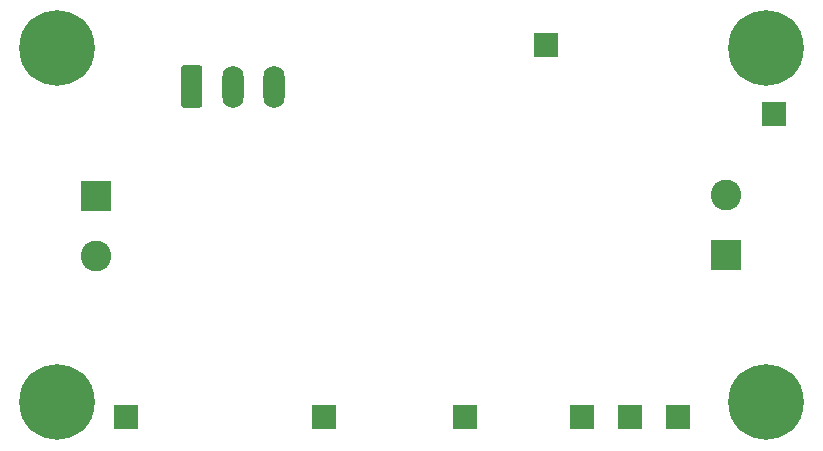
<source format=gbs>
G04 #@! TF.GenerationSoftware,KiCad,Pcbnew,5.1.10*
G04 #@! TF.CreationDate,2021-11-24T23:14:30-05:00*
G04 #@! TF.ProjectId,power_board,706f7765-725f-4626-9f61-72642e6b6963,rev?*
G04 #@! TF.SameCoordinates,Original*
G04 #@! TF.FileFunction,Soldermask,Bot*
G04 #@! TF.FilePolarity,Negative*
%FSLAX46Y46*%
G04 Gerber Fmt 4.6, Leading zero omitted, Abs format (unit mm)*
G04 Created by KiCad (PCBNEW 5.1.10) date 2021-11-24 23:14:30*
%MOMM*%
%LPD*%
G01*
G04 APERTURE LIST*
%ADD10C,6.400000*%
%ADD11R,2.000000X2.000000*%
%ADD12O,1.800000X3.600000*%
%ADD13C,2.600000*%
%ADD14R,2.600000X2.600000*%
G04 APERTURE END LIST*
D10*
X167000000Y-92250000D03*
X167000000Y-122250000D03*
X107000000Y-122250000D03*
X107000000Y-92250000D03*
D11*
X112776000Y-123444000D03*
X151384000Y-123444000D03*
X167640000Y-97790000D03*
X159512000Y-123444000D03*
X148336000Y-91948000D03*
X155448000Y-123444000D03*
X129540000Y-123444000D03*
X141478000Y-123444000D03*
G36*
G01*
X117464000Y-97054000D02*
X117464000Y-93954000D01*
G75*
G02*
X117714000Y-93704000I250000J0D01*
G01*
X119014000Y-93704000D01*
G75*
G02*
X119264000Y-93954000I0J-250000D01*
G01*
X119264000Y-97054000D01*
G75*
G02*
X119014000Y-97304000I-250000J0D01*
G01*
X117714000Y-97304000D01*
G75*
G02*
X117464000Y-97054000I0J250000D01*
G01*
G37*
D12*
X121864000Y-95504000D03*
X125364000Y-95504000D03*
D13*
X163576000Y-104648000D03*
D14*
X163576000Y-109728000D03*
D13*
X110250000Y-109830000D03*
D14*
X110250000Y-104750000D03*
M02*

</source>
